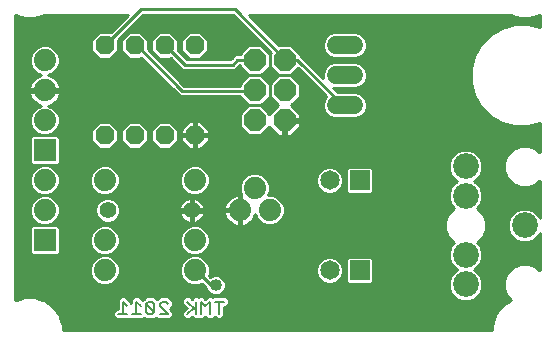
<source format=gbl>
G75*
G70*
%OFA0B0*%
%FSLAX24Y24*%
%IPPOS*%
%LPD*%
%AMOC8*
5,1,8,0,0,1.08239X$1,22.5*
%
%ADD10C,0.0080*%
%ADD11OC8,0.0630*%
%ADD12OC8,0.0740*%
%ADD13C,0.0600*%
%ADD14C,0.0650*%
%ADD15R,0.0650X0.0650*%
%ADD16C,0.0860*%
%ADD17C,0.0740*%
%ADD18C,0.0554*%
%ADD19R,0.0740X0.0740*%
%ADD20C,0.0100*%
%ADD21C,0.0400*%
D10*
X004189Y001770D02*
X004469Y001770D01*
X004329Y001770D02*
X004329Y002190D01*
X004469Y002050D01*
X004649Y001770D02*
X004930Y001770D01*
X004790Y001770D02*
X004790Y002190D01*
X004930Y002050D01*
X005110Y002120D02*
X005110Y001840D01*
X005180Y001770D01*
X005320Y001770D01*
X005390Y001840D01*
X005110Y002120D01*
X005180Y002190D01*
X005320Y002190D01*
X005390Y002120D01*
X005390Y001840D01*
X005570Y001770D02*
X005850Y001770D01*
X005570Y002050D01*
X005570Y002120D01*
X005640Y002190D01*
X005780Y002190D01*
X005850Y002120D01*
X006491Y002190D02*
X006771Y001910D01*
X006701Y001980D02*
X006491Y001770D01*
X006771Y001770D02*
X006771Y002190D01*
X006951Y002190D02*
X007091Y002050D01*
X007231Y002190D01*
X007231Y001770D01*
X006951Y001770D02*
X006951Y002190D01*
X007412Y002190D02*
X007692Y002190D01*
X007552Y002190D02*
X007552Y001770D01*
D11*
X006732Y007730D03*
X005732Y007730D03*
X004732Y007730D03*
X003732Y007730D03*
X003732Y010730D03*
X004732Y010730D03*
X005732Y010730D03*
X006732Y010730D03*
D12*
X008732Y010230D03*
X009732Y010230D03*
X009732Y009230D03*
X008732Y009230D03*
X008732Y008230D03*
X009732Y008230D03*
D13*
X011432Y008730D02*
X012032Y008730D01*
X012032Y009730D02*
X011432Y009730D01*
X011432Y010730D02*
X012032Y010730D01*
D14*
X011232Y006230D03*
X011232Y003230D03*
D15*
X012232Y003230D03*
X012232Y006230D03*
D16*
X015763Y006699D03*
X015763Y005714D03*
X017732Y004730D03*
X015763Y003746D03*
X015763Y002762D03*
D17*
X009232Y005230D03*
X008732Y005980D03*
X008232Y005230D03*
X006732Y004230D03*
X006732Y003230D03*
X003732Y003230D03*
X003732Y004230D03*
X001732Y005230D03*
X001732Y006230D03*
X003732Y006230D03*
X001732Y008230D03*
X001732Y009230D03*
X001732Y010230D03*
X006732Y006230D03*
D18*
X006632Y005230D03*
X003832Y005230D03*
D19*
X001732Y004230D03*
X001732Y007230D03*
D20*
X002332Y001375D02*
X002332Y001230D01*
X016632Y001230D01*
X016632Y001375D01*
X016707Y001655D01*
X016732Y001698D01*
X016732Y001730D01*
X016776Y001774D01*
X016852Y001905D01*
X017056Y002110D01*
X017188Y002186D01*
X017232Y002230D01*
X017264Y002230D01*
X017282Y002241D01*
X017150Y002373D01*
X017046Y002625D01*
X017046Y002898D01*
X017150Y003150D01*
X017343Y003343D01*
X017595Y003448D01*
X017868Y003448D01*
X018121Y003343D01*
X018224Y003240D01*
X018232Y003248D01*
X018232Y004474D01*
X018207Y004413D01*
X018049Y004255D01*
X017843Y004170D01*
X017620Y004170D01*
X017415Y004255D01*
X017257Y004413D01*
X017172Y004619D01*
X017172Y004841D01*
X017257Y005047D01*
X017415Y005205D01*
X017620Y005290D01*
X017843Y005290D01*
X018049Y005205D01*
X018207Y005047D01*
X018232Y004986D01*
X018232Y006212D01*
X018224Y006220D01*
X018121Y006117D01*
X017868Y006012D01*
X017595Y006012D01*
X017343Y006117D01*
X017150Y006310D01*
X017046Y006562D01*
X017046Y006835D01*
X017150Y007087D01*
X017343Y007280D01*
X017595Y007385D01*
X017868Y007385D01*
X018121Y007280D01*
X018224Y007177D01*
X018232Y007185D01*
X018232Y008131D01*
X017856Y008030D01*
X017408Y008030D01*
X016976Y008146D01*
X016588Y008370D01*
X016271Y008686D01*
X016048Y009074D01*
X015932Y009506D01*
X015932Y009954D01*
X016048Y010386D01*
X016271Y010774D01*
X016588Y011090D01*
X016976Y011314D01*
X017408Y011430D01*
X017856Y011430D01*
X018232Y011329D01*
X018232Y011730D01*
X018200Y011730D01*
X018156Y011705D01*
X017877Y011630D01*
X017587Y011630D01*
X017307Y011705D01*
X017264Y011730D01*
X008526Y011730D01*
X009526Y010730D01*
X009939Y010730D01*
X010232Y010437D01*
X010232Y010425D01*
X010332Y010325D01*
X011002Y009655D01*
X011002Y009816D01*
X011067Y009974D01*
X011188Y010095D01*
X011346Y010160D01*
X012117Y010160D01*
X012275Y010095D01*
X012396Y009974D01*
X012462Y009816D01*
X012462Y009645D01*
X012396Y009486D01*
X012275Y009366D01*
X012117Y009300D01*
X011356Y009300D01*
X011496Y009160D01*
X012117Y009160D01*
X012275Y009095D01*
X012396Y008974D01*
X012462Y008816D01*
X012462Y008645D01*
X012396Y008486D01*
X016472Y008486D01*
X016570Y008387D02*
X012297Y008387D01*
X012275Y008366D02*
X012396Y008486D01*
X012437Y008584D02*
X016373Y008584D01*
X016275Y008683D02*
X012462Y008683D01*
X012462Y008781D02*
X016216Y008781D01*
X016160Y008880D02*
X012435Y008880D01*
X012391Y008979D02*
X016103Y008979D01*
X016047Y009077D02*
X012293Y009077D01*
X012283Y009373D02*
X015968Y009373D01*
X015941Y009471D02*
X012381Y009471D01*
X012431Y009570D02*
X015932Y009570D01*
X015932Y009668D02*
X012462Y009668D01*
X012462Y009767D02*
X015932Y009767D01*
X015932Y009865D02*
X012441Y009865D01*
X012400Y009964D02*
X015935Y009964D01*
X015961Y010063D02*
X012307Y010063D01*
X012117Y010300D02*
X012275Y010366D01*
X012396Y010486D01*
X012462Y010645D01*
X012462Y010816D01*
X012396Y010974D01*
X012275Y011095D01*
X012117Y011160D01*
X011346Y011160D01*
X011188Y011095D01*
X011067Y010974D01*
X011002Y010816D01*
X011002Y010645D01*
X011067Y010486D01*
X011188Y010366D01*
X011346Y010300D01*
X012117Y010300D01*
X012258Y010358D02*
X016040Y010358D01*
X016014Y010260D02*
X010397Y010260D01*
X010298Y010358D02*
X011206Y010358D01*
X011097Y010457D02*
X010212Y010457D01*
X010114Y010555D02*
X011039Y010555D01*
X011002Y010654D02*
X010015Y010654D01*
X010152Y010250D02*
X009752Y010250D01*
X009732Y010230D01*
X009752Y010250D02*
X008072Y011930D01*
X004952Y011930D01*
X003752Y010730D01*
X003732Y010730D01*
X004177Y010752D02*
X004287Y010752D01*
X004287Y010654D02*
X004177Y010654D01*
X004177Y010555D02*
X004287Y010555D01*
X004287Y010546D02*
X004547Y010285D01*
X004916Y010285D01*
X004949Y010318D01*
X006132Y009136D01*
X006237Y009030D01*
X008232Y009030D01*
X008232Y009023D01*
X008525Y008730D01*
X008232Y008437D01*
X008232Y008023D01*
X008525Y007730D01*
X008939Y007730D01*
X009218Y008009D01*
X009516Y007710D01*
X009682Y007710D01*
X009682Y008180D01*
X009782Y008180D01*
X009782Y008280D01*
X010252Y008280D01*
X010252Y008445D01*
X009953Y008744D01*
X010232Y009023D01*
X010232Y009437D01*
X009939Y009730D01*
X009525Y009730D01*
X009232Y009437D01*
X009232Y009023D01*
X009511Y008744D01*
X009218Y008451D01*
X008939Y008730D01*
X008525Y008730D01*
X008939Y008730D01*
X009232Y009023D01*
X009232Y009437D01*
X008939Y009730D01*
X008525Y009730D01*
X008232Y009437D01*
X008232Y009390D01*
X006386Y009390D01*
X005177Y010600D01*
X005177Y010914D01*
X004916Y011175D01*
X004547Y011175D01*
X004287Y010914D01*
X004287Y010546D01*
X004177Y010546D02*
X004177Y010901D01*
X005006Y011730D01*
X008017Y011730D01*
X009271Y010476D01*
X009232Y010437D01*
X009232Y010023D01*
X009525Y009730D01*
X009939Y009730D01*
X010178Y009969D01*
X011121Y009027D01*
X011067Y008974D01*
X011002Y008816D01*
X011002Y008645D01*
X011067Y008486D01*
X011188Y008366D01*
X011346Y008300D01*
X012117Y008300D01*
X012275Y008366D01*
X011732Y008730D02*
X011672Y008730D01*
X010152Y010250D01*
X010173Y009964D02*
X010183Y009964D01*
X010282Y009865D02*
X010074Y009865D01*
X009976Y009767D02*
X010380Y009767D01*
X010479Y009668D02*
X010001Y009668D01*
X010099Y009570D02*
X010577Y009570D01*
X010676Y009471D02*
X010198Y009471D01*
X010232Y009373D02*
X010775Y009373D01*
X010873Y009274D02*
X010232Y009274D01*
X010232Y009176D02*
X010972Y009176D01*
X011070Y009077D02*
X010232Y009077D01*
X010187Y008979D02*
X011072Y008979D01*
X011029Y008880D02*
X010089Y008880D01*
X009990Y008781D02*
X011002Y008781D01*
X011002Y008683D02*
X010014Y008683D01*
X010113Y008584D02*
X011027Y008584D01*
X011068Y008486D02*
X010211Y008486D01*
X010252Y008387D02*
X011166Y008387D01*
X010252Y008289D02*
X016728Y008289D01*
X016899Y008190D02*
X009782Y008190D01*
X009782Y008180D02*
X010252Y008180D01*
X010252Y008015D01*
X009947Y007710D01*
X009782Y007710D01*
X009782Y008180D01*
X009782Y008092D02*
X009682Y008092D01*
X009682Y007993D02*
X009782Y007993D01*
X009782Y007895D02*
X009682Y007895D01*
X009682Y007796D02*
X009782Y007796D01*
X009430Y007796D02*
X009005Y007796D01*
X009103Y007895D02*
X009332Y007895D01*
X009233Y007993D02*
X009202Y007993D01*
X009183Y008486D02*
X009252Y008486D01*
X009351Y008584D02*
X009085Y008584D01*
X008986Y008683D02*
X009449Y008683D01*
X009473Y008781D02*
X008990Y008781D01*
X009089Y008880D02*
X009375Y008880D01*
X009276Y008979D02*
X009187Y008979D01*
X009232Y009077D02*
X009232Y009077D01*
X009232Y009176D02*
X009232Y009176D01*
X009232Y009274D02*
X009232Y009274D01*
X009232Y009373D02*
X009232Y009373D01*
X009198Y009471D02*
X009266Y009471D01*
X009364Y009570D02*
X009099Y009570D01*
X009001Y009668D02*
X009463Y009668D01*
X009488Y009767D02*
X008976Y009767D01*
X008939Y009730D02*
X009232Y010023D01*
X009232Y010437D01*
X008939Y010730D01*
X008525Y010730D01*
X008232Y010437D01*
X008232Y010430D01*
X008077Y010430D01*
X007972Y010325D01*
X007917Y010270D01*
X006466Y010270D01*
X006177Y010560D01*
X006177Y010914D01*
X005916Y011175D01*
X005547Y011175D01*
X005287Y010914D01*
X005287Y010546D01*
X005547Y010285D01*
X005916Y010285D01*
X005929Y010298D01*
X006212Y010016D01*
X006317Y009910D01*
X007917Y009910D01*
X008066Y009910D01*
X008226Y010070D01*
X008232Y010070D01*
X008232Y010023D01*
X008525Y009730D01*
X008939Y009730D01*
X009074Y009865D02*
X009389Y009865D01*
X009291Y009964D02*
X009173Y009964D01*
X009232Y010063D02*
X009232Y010063D01*
X009232Y010161D02*
X009232Y010161D01*
X009232Y010260D02*
X009232Y010260D01*
X009232Y010358D02*
X009232Y010358D01*
X009251Y010457D02*
X009212Y010457D01*
X009192Y010555D02*
X009114Y010555D01*
X009094Y010654D02*
X009015Y010654D01*
X008995Y010752D02*
X007177Y010752D01*
X007177Y010654D02*
X008448Y010654D01*
X008350Y010555D02*
X007177Y010555D01*
X007177Y010546D02*
X006916Y010285D01*
X006547Y010285D01*
X006287Y010546D01*
X006287Y010914D01*
X006547Y011175D01*
X006916Y011175D01*
X007177Y010914D01*
X007177Y010546D01*
X007088Y010457D02*
X008251Y010457D01*
X008152Y010250D02*
X008712Y010250D01*
X008732Y010230D01*
X008291Y009964D02*
X008120Y009964D01*
X008219Y010063D02*
X008232Y010063D01*
X008152Y010250D02*
X007992Y010090D01*
X006392Y010090D01*
X005752Y010730D01*
X005732Y010730D01*
X006177Y010752D02*
X006287Y010752D01*
X006287Y010654D02*
X006177Y010654D01*
X006181Y010555D02*
X006287Y010555D01*
X006280Y010457D02*
X006376Y010457D01*
X006378Y010358D02*
X006474Y010358D01*
X006165Y010063D02*
X005714Y010063D01*
X005615Y010161D02*
X006066Y010161D01*
X005968Y010260D02*
X005517Y010260D01*
X005474Y010358D02*
X005418Y010358D01*
X005376Y010457D02*
X005320Y010457D01*
X005287Y010555D02*
X005221Y010555D01*
X005177Y010654D02*
X005287Y010654D01*
X005287Y010752D02*
X005177Y010752D01*
X005177Y010851D02*
X005287Y010851D01*
X005322Y010949D02*
X005142Y010949D01*
X005043Y011048D02*
X005420Y011048D01*
X005519Y011147D02*
X004945Y011147D01*
X004718Y011442D02*
X008305Y011442D01*
X008207Y011541D02*
X004817Y011541D01*
X004915Y011639D02*
X008108Y011639D01*
X008404Y011344D02*
X004620Y011344D01*
X004521Y011245D02*
X008502Y011245D01*
X008601Y011147D02*
X006945Y011147D01*
X007043Y011048D02*
X008699Y011048D01*
X008798Y010949D02*
X007142Y010949D01*
X007177Y010851D02*
X008896Y010851D01*
X009110Y011147D02*
X011314Y011147D01*
X011142Y011048D02*
X009208Y011048D01*
X009307Y010949D02*
X011057Y010949D01*
X011016Y010851D02*
X009405Y010851D01*
X009504Y010752D02*
X011002Y010752D01*
X011156Y010063D02*
X010594Y010063D01*
X010495Y010161D02*
X015987Y010161D01*
X016088Y010457D02*
X012367Y010457D01*
X012425Y010555D02*
X016145Y010555D01*
X016202Y010654D02*
X012462Y010654D01*
X012462Y010752D02*
X016259Y010752D01*
X016348Y010851D02*
X012447Y010851D01*
X012406Y010949D02*
X016447Y010949D01*
X016546Y011048D02*
X012322Y011048D01*
X012150Y011147D02*
X016685Y011147D01*
X016856Y011245D02*
X009011Y011245D01*
X008913Y011344D02*
X017086Y011344D01*
X017553Y011639D02*
X008617Y011639D01*
X008716Y011541D02*
X018232Y011541D01*
X018232Y011639D02*
X017911Y011639D01*
X018232Y011442D02*
X008814Y011442D01*
X008005Y010358D02*
X006989Y010358D01*
X006263Y009964D02*
X005812Y009964D01*
X005911Y009865D02*
X008389Y009865D01*
X008488Y009767D02*
X006009Y009767D01*
X006108Y009668D02*
X008463Y009668D01*
X008364Y009570D02*
X006207Y009570D01*
X006305Y009471D02*
X008266Y009471D01*
X008712Y009210D02*
X008732Y009230D01*
X008712Y009210D02*
X006312Y009210D01*
X004792Y010730D01*
X004732Y010730D01*
X004376Y010457D02*
X004088Y010457D01*
X004177Y010546D02*
X003916Y010285D01*
X003547Y010285D01*
X003287Y010546D01*
X003287Y010914D01*
X003547Y011175D01*
X003916Y011175D01*
X003929Y011162D01*
X004497Y011730D01*
X001700Y011730D01*
X001656Y011705D01*
X001377Y011630D01*
X001087Y011630D01*
X000807Y011705D01*
X000764Y011730D01*
X000732Y011730D01*
X000732Y002230D01*
X000764Y002230D01*
X000807Y002255D01*
X001087Y002330D01*
X001377Y002330D01*
X001656Y002255D01*
X001700Y002230D01*
X001732Y002230D01*
X001776Y002186D01*
X001907Y002110D01*
X002112Y001905D01*
X002188Y001774D01*
X002232Y001730D01*
X002232Y001698D01*
X002257Y001655D01*
X002332Y001375D01*
X002328Y001391D02*
X016636Y001391D01*
X016632Y001292D02*
X002332Y001292D01*
X002301Y001489D02*
X016662Y001489D01*
X016689Y001588D02*
X002275Y001588D01*
X002239Y001686D02*
X004032Y001686D01*
X004019Y001700D02*
X004119Y001600D01*
X004540Y001600D01*
X004559Y001620D01*
X004579Y001600D01*
X005000Y001600D01*
X005055Y001655D01*
X005107Y001603D01*
X005109Y001600D01*
X005109Y001600D01*
X005179Y001600D01*
X005250Y001600D01*
X005390Y001600D01*
X005445Y001655D01*
X005500Y001600D01*
X005780Y001600D01*
X005921Y001600D01*
X006020Y001700D01*
X006020Y001840D01*
X005910Y001950D01*
X005921Y001950D01*
X006020Y002050D01*
X006020Y002191D01*
X005950Y002261D01*
X005853Y002358D01*
X005851Y002360D01*
X005851Y002360D01*
X005781Y002360D01*
X005710Y002360D01*
X005570Y002360D01*
X005480Y002271D01*
X005390Y002360D01*
X005319Y002360D01*
X005250Y002360D01*
X005109Y002360D01*
X005039Y002290D01*
X004985Y002236D01*
X004960Y002261D01*
X004860Y002360D01*
X004719Y002360D01*
X004620Y002261D01*
X004620Y002140D01*
X004499Y002261D01*
X004400Y002360D01*
X004259Y002360D01*
X004159Y002261D01*
X004159Y001940D01*
X004119Y001940D01*
X004019Y001840D01*
X004019Y001700D01*
X004019Y001785D02*
X002182Y001785D01*
X002125Y001883D02*
X004062Y001883D01*
X004159Y001982D02*
X002035Y001982D01*
X001937Y002081D02*
X004159Y002081D01*
X004159Y002179D02*
X001788Y002179D01*
X001572Y002278D02*
X004176Y002278D01*
X004482Y002278D02*
X004636Y002278D01*
X004620Y002179D02*
X004581Y002179D01*
X004943Y002278D02*
X005027Y002278D01*
X005250Y002360D02*
X005250Y002360D01*
X005473Y002278D02*
X005487Y002278D01*
X005710Y002360D02*
X005710Y002360D01*
X005934Y002278D02*
X006338Y002278D01*
X006321Y002261D02*
X006420Y002360D01*
X006561Y002360D01*
X006631Y002291D01*
X006701Y002360D01*
X006841Y002360D01*
X006861Y002341D01*
X006881Y002360D01*
X007022Y002360D01*
X007091Y002291D01*
X007161Y002360D01*
X007302Y002360D01*
X007321Y002341D01*
X007341Y002360D01*
X007762Y002360D01*
X007862Y002261D01*
X007862Y002120D01*
X007762Y002020D01*
X007722Y002020D01*
X007722Y001700D01*
X007622Y001600D01*
X007481Y001600D01*
X007392Y001690D01*
X007302Y001600D01*
X007161Y001600D01*
X007091Y001670D01*
X007022Y001600D01*
X006881Y001600D01*
X006861Y001620D01*
X006841Y001600D01*
X006701Y001600D01*
X006631Y001670D01*
X006561Y001600D01*
X006420Y001600D01*
X006321Y001700D01*
X006321Y001841D01*
X006461Y001980D01*
X006321Y002120D01*
X006321Y002261D01*
X006321Y002179D02*
X006020Y002179D01*
X006020Y002081D02*
X006360Y002081D01*
X006459Y001982D02*
X005952Y001982D01*
X005977Y001883D02*
X006364Y001883D01*
X006321Y001785D02*
X006020Y001785D01*
X006007Y001686D02*
X006334Y001686D01*
X005950Y002261D02*
X005950Y002261D01*
X006449Y002806D02*
X006632Y002730D01*
X006831Y002730D01*
X006963Y002785D01*
X007092Y002656D01*
X007115Y002632D01*
X007152Y002543D01*
X007245Y002450D01*
X007366Y002400D01*
X007497Y002400D01*
X007619Y002450D01*
X007712Y002543D01*
X007762Y002664D01*
X007762Y002796D01*
X007712Y002917D01*
X007619Y003010D01*
X007497Y003060D01*
X007366Y003060D01*
X007246Y003010D01*
X007201Y003056D01*
X007232Y003131D01*
X007232Y003330D01*
X007156Y003513D01*
X007015Y003654D01*
X006831Y003730D01*
X007015Y003806D01*
X007156Y003947D01*
X007232Y004131D01*
X007232Y004330D01*
X007156Y004513D01*
X007015Y004654D01*
X006831Y004730D01*
X006632Y004730D01*
X006449Y004654D01*
X006308Y004513D01*
X006232Y004330D01*
X006232Y004131D01*
X006308Y003947D01*
X006449Y003806D01*
X006632Y003730D01*
X006831Y003730D01*
X006632Y003730D01*
X006449Y003654D01*
X006308Y003513D01*
X006232Y003330D01*
X006232Y003131D01*
X006308Y002947D01*
X006449Y002806D01*
X006386Y002869D02*
X004078Y002869D01*
X004015Y002806D02*
X004156Y002947D01*
X004232Y003131D01*
X004232Y003330D01*
X004156Y003513D01*
X004015Y003654D01*
X003831Y003730D01*
X004015Y003806D01*
X004156Y003947D01*
X004232Y004131D01*
X004232Y004330D01*
X004156Y004513D01*
X004015Y004654D01*
X003831Y004730D01*
X003632Y004730D01*
X003449Y004654D01*
X003308Y004513D01*
X003232Y004330D01*
X003232Y004131D01*
X003308Y003947D01*
X003449Y003806D01*
X003632Y003730D01*
X003831Y003730D01*
X003632Y003730D01*
X003449Y003654D01*
X003308Y003513D01*
X003232Y003330D01*
X003232Y003131D01*
X003308Y002947D01*
X003449Y002806D01*
X003632Y002730D01*
X003831Y002730D01*
X004015Y002806D01*
X003928Y002770D02*
X006535Y002770D01*
X006299Y002967D02*
X004164Y002967D01*
X004205Y003066D02*
X006259Y003066D01*
X006232Y003165D02*
X004232Y003165D01*
X004232Y003263D02*
X006232Y003263D01*
X006245Y003362D02*
X004219Y003362D01*
X004178Y003460D02*
X006286Y003460D01*
X006353Y003559D02*
X004110Y003559D01*
X004007Y003657D02*
X006457Y003657D01*
X006570Y003756D02*
X003893Y003756D01*
X004063Y003854D02*
X006400Y003854D01*
X006305Y003953D02*
X004158Y003953D01*
X004199Y004051D02*
X006265Y004051D01*
X006232Y004150D02*
X004232Y004150D01*
X004232Y004249D02*
X006232Y004249D01*
X006239Y004347D02*
X004225Y004347D01*
X004184Y004446D02*
X006280Y004446D01*
X006339Y004544D02*
X004125Y004544D01*
X004026Y004643D02*
X006437Y004643D01*
X006468Y004834D02*
X006532Y004813D01*
X006593Y004804D01*
X006593Y005191D01*
X006670Y005191D01*
X006670Y004804D01*
X006732Y004813D01*
X006796Y004834D01*
X006856Y004865D01*
X006910Y004904D01*
X006958Y004952D01*
X006997Y005006D01*
X007028Y005066D01*
X007048Y005130D01*
X007058Y005191D01*
X006671Y005191D01*
X006671Y005269D01*
X007058Y005269D01*
X007048Y005330D01*
X007028Y005394D01*
X006997Y005454D01*
X006958Y005508D01*
X006910Y005556D01*
X006856Y005595D01*
X006796Y005626D01*
X006732Y005647D01*
X006670Y005656D01*
X006670Y005269D01*
X006593Y005269D01*
X006593Y005656D01*
X006532Y005647D01*
X006468Y005626D01*
X006408Y005595D01*
X006354Y005556D01*
X006306Y005508D01*
X006266Y005454D01*
X006236Y005394D01*
X006215Y005330D01*
X006205Y005269D01*
X006593Y005269D01*
X006593Y005191D01*
X006205Y005191D01*
X006215Y005130D01*
X006236Y005066D01*
X006266Y005006D01*
X006306Y004952D01*
X006354Y004904D01*
X006408Y004865D01*
X006468Y004834D01*
X006457Y004840D02*
X003953Y004840D01*
X003913Y004823D02*
X004062Y004885D01*
X004177Y004999D01*
X004239Y005149D01*
X004239Y005311D01*
X004177Y005461D01*
X004062Y005575D01*
X003913Y005637D01*
X003751Y005637D01*
X003601Y005575D01*
X003487Y005461D01*
X003425Y005311D01*
X003425Y005149D01*
X003487Y004999D01*
X003601Y004885D01*
X003751Y004823D01*
X003913Y004823D01*
X003710Y004840D02*
X002049Y004840D01*
X002015Y004806D02*
X002156Y004947D01*
X002232Y005131D01*
X002232Y005330D01*
X002156Y005513D01*
X002015Y005654D01*
X001831Y005730D01*
X002015Y005806D01*
X002156Y005947D01*
X002232Y006131D01*
X002232Y006330D01*
X002156Y006513D01*
X002015Y006654D01*
X001831Y006730D01*
X001632Y006730D01*
X001449Y006654D01*
X001308Y006513D01*
X001232Y006330D01*
X001232Y006131D01*
X001308Y005947D01*
X001449Y005806D01*
X001632Y005730D01*
X001831Y005730D01*
X001632Y005730D01*
X001449Y005654D01*
X001308Y005513D01*
X001232Y005330D01*
X001232Y005131D01*
X001308Y004947D01*
X001449Y004806D01*
X001632Y004730D01*
X001831Y004730D01*
X002015Y004806D01*
X002156Y004730D02*
X002232Y004654D01*
X002232Y003806D01*
X002156Y003730D01*
X001308Y003730D01*
X001232Y003806D01*
X001232Y004654D01*
X001308Y004730D01*
X002156Y004730D01*
X002232Y004643D02*
X003437Y004643D01*
X003339Y004544D02*
X002232Y004544D01*
X002232Y004446D02*
X003280Y004446D01*
X003239Y004347D02*
X002232Y004347D01*
X002232Y004249D02*
X003232Y004249D01*
X003232Y004150D02*
X002232Y004150D01*
X002232Y004051D02*
X003265Y004051D01*
X003305Y003953D02*
X002232Y003953D01*
X002232Y003854D02*
X003400Y003854D01*
X003570Y003756D02*
X002181Y003756D01*
X001282Y003756D02*
X000732Y003756D01*
X000732Y003854D02*
X001232Y003854D01*
X001232Y003953D02*
X000732Y003953D01*
X000732Y004051D02*
X001232Y004051D01*
X001232Y004150D02*
X000732Y004150D01*
X000732Y004249D02*
X001232Y004249D01*
X001232Y004347D02*
X000732Y004347D01*
X000732Y004446D02*
X001232Y004446D01*
X001232Y004544D02*
X000732Y004544D01*
X000732Y004643D02*
X001232Y004643D01*
X001415Y004840D02*
X000732Y004840D01*
X000732Y004938D02*
X001316Y004938D01*
X001271Y005037D02*
X000732Y005037D01*
X000732Y005135D02*
X001232Y005135D01*
X001232Y005234D02*
X000732Y005234D01*
X000732Y005332D02*
X001233Y005332D01*
X001274Y005431D02*
X000732Y005431D01*
X000732Y005530D02*
X001324Y005530D01*
X001423Y005628D02*
X000732Y005628D01*
X000732Y005727D02*
X001624Y005727D01*
X001430Y005825D02*
X000732Y005825D01*
X000732Y005924D02*
X001331Y005924D01*
X001277Y006022D02*
X000732Y006022D01*
X000732Y006121D02*
X001236Y006121D01*
X001232Y006219D02*
X000732Y006219D01*
X000732Y006318D02*
X001232Y006318D01*
X001268Y006416D02*
X000732Y006416D01*
X000732Y006515D02*
X001310Y006515D01*
X001408Y006614D02*
X000732Y006614D01*
X000732Y006712D02*
X001589Y006712D01*
X001308Y006730D02*
X002156Y006730D01*
X002232Y006806D01*
X002232Y007654D01*
X002156Y007730D01*
X001308Y007730D01*
X001232Y007654D01*
X001232Y006806D01*
X001308Y006730D01*
X001232Y006811D02*
X000732Y006811D01*
X000732Y006909D02*
X001232Y006909D01*
X001232Y007008D02*
X000732Y007008D01*
X000732Y007106D02*
X001232Y007106D01*
X001232Y007205D02*
X000732Y007205D01*
X000732Y007303D02*
X001232Y007303D01*
X001232Y007402D02*
X000732Y007402D01*
X000732Y007500D02*
X001232Y007500D01*
X001232Y007599D02*
X000732Y007599D01*
X000732Y007698D02*
X001275Y007698D01*
X001449Y007806D02*
X001308Y007947D01*
X001232Y008131D01*
X001232Y008330D01*
X001308Y008513D01*
X001449Y008654D01*
X001614Y008722D01*
X001610Y008723D01*
X001532Y008748D01*
X001459Y008785D01*
X001393Y008833D01*
X001335Y008891D01*
X001287Y008958D01*
X001250Y009030D01*
X001225Y009108D01*
X001213Y009180D01*
X001682Y009180D01*
X001682Y009280D01*
X001213Y009280D01*
X001225Y009352D01*
X001250Y009430D01*
X001287Y009503D01*
X001335Y009569D01*
X001393Y009627D01*
X001459Y009675D01*
X001532Y009712D01*
X001610Y009737D01*
X001614Y009738D01*
X001449Y009806D01*
X001308Y009947D01*
X001232Y010131D01*
X001232Y010330D01*
X001308Y010513D01*
X001449Y010654D01*
X001632Y010730D01*
X001831Y010730D01*
X002015Y010654D01*
X002156Y010513D01*
X002232Y010330D01*
X002232Y010131D01*
X002156Y009947D01*
X002015Y009806D01*
X001850Y009738D01*
X001854Y009737D01*
X001931Y009712D01*
X002004Y009675D01*
X002071Y009627D01*
X002128Y009569D01*
X002177Y009503D01*
X002214Y009430D01*
X002239Y009352D01*
X002250Y009280D01*
X001782Y009280D01*
X001782Y009180D01*
X002250Y009180D01*
X002239Y009108D01*
X002214Y009030D01*
X002177Y008958D01*
X002128Y008891D01*
X002071Y008833D01*
X002004Y008785D01*
X001931Y008748D01*
X001854Y008723D01*
X001850Y008722D01*
X002015Y008654D01*
X002156Y008513D01*
X002232Y008330D01*
X002232Y008131D01*
X002156Y007947D01*
X002015Y007806D01*
X001831Y007730D01*
X001632Y007730D01*
X001449Y007806D01*
X001473Y007796D02*
X000732Y007796D01*
X000732Y007895D02*
X001360Y007895D01*
X001289Y007993D02*
X000732Y007993D01*
X000732Y008092D02*
X001248Y008092D01*
X001232Y008190D02*
X000732Y008190D01*
X000732Y008289D02*
X001232Y008289D01*
X001256Y008387D02*
X000732Y008387D01*
X000732Y008486D02*
X001297Y008486D01*
X001379Y008584D02*
X000732Y008584D01*
X000732Y008683D02*
X001519Y008683D01*
X001467Y008781D02*
X000732Y008781D01*
X000732Y008880D02*
X001346Y008880D01*
X001276Y008979D02*
X000732Y008979D01*
X000732Y009077D02*
X001235Y009077D01*
X001214Y009176D02*
X000732Y009176D01*
X000732Y009274D02*
X001682Y009274D01*
X001782Y009274D02*
X005993Y009274D01*
X006092Y009176D02*
X002250Y009176D01*
X002229Y009077D02*
X006190Y009077D01*
X005895Y009373D02*
X002232Y009373D01*
X002192Y009471D02*
X005796Y009471D01*
X005697Y009570D02*
X002127Y009570D01*
X002013Y009668D02*
X005599Y009668D01*
X005500Y009767D02*
X001920Y009767D01*
X002074Y009865D02*
X005402Y009865D01*
X005303Y009964D02*
X002163Y009964D01*
X002204Y010063D02*
X005205Y010063D01*
X005106Y010161D02*
X002232Y010161D01*
X002232Y010260D02*
X005008Y010260D01*
X004474Y010358D02*
X003989Y010358D01*
X003474Y010358D02*
X002220Y010358D01*
X002179Y010457D02*
X003376Y010457D01*
X003287Y010555D02*
X002114Y010555D01*
X002015Y010654D02*
X003287Y010654D01*
X003287Y010752D02*
X000732Y010752D01*
X000732Y010654D02*
X001448Y010654D01*
X001350Y010555D02*
X000732Y010555D01*
X000732Y010457D02*
X001285Y010457D01*
X001244Y010358D02*
X000732Y010358D01*
X000732Y010260D02*
X001232Y010260D01*
X001232Y010161D02*
X000732Y010161D01*
X000732Y010063D02*
X001260Y010063D01*
X001301Y009964D02*
X000732Y009964D01*
X000732Y009865D02*
X001389Y009865D01*
X001543Y009767D02*
X000732Y009767D01*
X000732Y009668D02*
X001450Y009668D01*
X001336Y009570D02*
X000732Y009570D01*
X000732Y009471D02*
X001271Y009471D01*
X001231Y009373D02*
X000732Y009373D01*
X001945Y008683D02*
X008478Y008683D01*
X008473Y008781D02*
X001997Y008781D01*
X002117Y008880D02*
X008375Y008880D01*
X008276Y008979D02*
X002187Y008979D01*
X002085Y008584D02*
X008379Y008584D01*
X008281Y008486D02*
X002167Y008486D01*
X002208Y008387D02*
X008232Y008387D01*
X008232Y008289D02*
X002232Y008289D01*
X002232Y008190D02*
X006534Y008190D01*
X006539Y008195D02*
X006267Y007923D01*
X006267Y007760D01*
X006702Y007760D01*
X006702Y008195D01*
X006539Y008195D01*
X006436Y008092D02*
X005999Y008092D01*
X005916Y008175D02*
X005547Y008175D01*
X005287Y007914D01*
X005287Y007546D01*
X005547Y007285D01*
X005916Y007285D01*
X006177Y007546D01*
X006177Y007914D01*
X005916Y008175D01*
X006098Y007993D02*
X006337Y007993D01*
X006267Y007895D02*
X006177Y007895D01*
X006177Y007796D02*
X006267Y007796D01*
X006267Y007700D02*
X006267Y007537D01*
X006539Y007265D01*
X006702Y007265D01*
X006702Y007700D01*
X006762Y007700D01*
X006762Y007760D01*
X007197Y007760D01*
X007197Y007923D01*
X006924Y008195D01*
X006762Y008195D01*
X006762Y007760D01*
X006702Y007760D01*
X006702Y007700D01*
X006267Y007700D01*
X006267Y007698D02*
X006177Y007698D01*
X006177Y007599D02*
X006267Y007599D01*
X006304Y007500D02*
X006131Y007500D01*
X006033Y007402D02*
X006402Y007402D01*
X006501Y007303D02*
X005934Y007303D01*
X005529Y007303D02*
X004934Y007303D01*
X004916Y007285D02*
X005177Y007546D01*
X005177Y007914D01*
X004916Y008175D01*
X004547Y008175D01*
X004287Y007914D01*
X004287Y007546D01*
X004547Y007285D01*
X004916Y007285D01*
X005033Y007402D02*
X005431Y007402D01*
X005332Y007500D02*
X005131Y007500D01*
X005177Y007599D02*
X005287Y007599D01*
X005287Y007698D02*
X005177Y007698D01*
X005177Y007796D02*
X005287Y007796D01*
X005287Y007895D02*
X005177Y007895D01*
X005098Y007993D02*
X005366Y007993D01*
X005464Y008092D02*
X004999Y008092D01*
X004464Y008092D02*
X003999Y008092D01*
X003916Y008175D02*
X003547Y008175D01*
X003287Y007914D01*
X003287Y007546D01*
X003547Y007285D01*
X003916Y007285D01*
X004177Y007546D01*
X004177Y007914D01*
X003916Y008175D01*
X004098Y007993D02*
X004366Y007993D01*
X004287Y007895D02*
X004177Y007895D01*
X004177Y007796D02*
X004287Y007796D01*
X004287Y007698D02*
X004177Y007698D01*
X004177Y007599D02*
X004287Y007599D01*
X004332Y007500D02*
X004131Y007500D01*
X004033Y007402D02*
X004431Y007402D01*
X004529Y007303D02*
X003934Y007303D01*
X003529Y007303D02*
X002232Y007303D01*
X002232Y007205D02*
X015522Y007205D01*
X015446Y007173D02*
X015289Y007016D01*
X015203Y006810D01*
X015203Y006587D01*
X015289Y006381D01*
X015446Y006224D01*
X015488Y006206D01*
X015446Y006189D01*
X015289Y006032D01*
X015203Y005826D01*
X015203Y005603D01*
X015289Y005397D01*
X015374Y005311D01*
X015182Y005119D01*
X015077Y004867D01*
X015077Y004594D01*
X015182Y004341D01*
X015374Y004149D01*
X015289Y004063D01*
X015203Y003857D01*
X015203Y003634D01*
X015289Y003429D01*
X015446Y003271D01*
X015488Y003254D01*
X015446Y003236D01*
X015289Y003079D01*
X015203Y002873D01*
X015203Y002650D01*
X015289Y002444D01*
X015446Y002287D01*
X015652Y002202D01*
X015875Y002202D01*
X016081Y002287D01*
X016238Y002444D01*
X016323Y002650D01*
X016323Y002873D01*
X016238Y003079D01*
X016081Y003236D01*
X016039Y003254D01*
X016081Y003271D01*
X016238Y003429D01*
X016323Y003634D01*
X016323Y003857D01*
X016238Y004063D01*
X016152Y004149D01*
X016345Y004341D01*
X016449Y004594D01*
X016449Y004867D01*
X016345Y005119D01*
X016152Y005311D01*
X016238Y005397D01*
X016323Y005603D01*
X016323Y005826D01*
X016238Y006032D01*
X016081Y006189D01*
X016038Y006206D01*
X016081Y006224D01*
X016238Y006381D01*
X016323Y006587D01*
X016323Y006810D01*
X016238Y007016D01*
X016081Y007173D01*
X015875Y007259D01*
X015652Y007259D01*
X015446Y007173D01*
X015379Y007106D02*
X002232Y007106D01*
X002232Y007008D02*
X015285Y007008D01*
X015244Y006909D02*
X002232Y006909D01*
X002232Y006811D02*
X015204Y006811D01*
X015203Y006712D02*
X006875Y006712D01*
X006831Y006730D02*
X006632Y006730D01*
X006449Y006654D01*
X006308Y006513D01*
X006232Y006330D01*
X006232Y006131D01*
X006308Y005947D01*
X006449Y005806D01*
X006632Y005730D01*
X006831Y005730D01*
X007015Y005806D01*
X007156Y005947D01*
X007232Y006131D01*
X007232Y006330D01*
X007156Y006513D01*
X007015Y006654D01*
X006831Y006730D01*
X006589Y006712D02*
X003875Y006712D01*
X003831Y006730D02*
X003632Y006730D01*
X003449Y006654D01*
X003308Y006513D01*
X003232Y006330D01*
X003232Y006131D01*
X003308Y005947D01*
X003449Y005806D01*
X003632Y005730D01*
X003831Y005730D01*
X004015Y005806D01*
X004156Y005947D01*
X004232Y006131D01*
X004232Y006330D01*
X004156Y006513D01*
X004015Y006654D01*
X003831Y006730D01*
X003589Y006712D02*
X001875Y006712D01*
X002055Y006614D02*
X003408Y006614D01*
X003310Y006515D02*
X002154Y006515D01*
X002196Y006416D02*
X003268Y006416D01*
X003232Y006318D02*
X002232Y006318D01*
X002232Y006219D02*
X003232Y006219D01*
X003236Y006121D02*
X002228Y006121D01*
X002187Y006022D02*
X003277Y006022D01*
X003331Y005924D02*
X002133Y005924D01*
X002034Y005825D02*
X003430Y005825D01*
X003555Y005530D02*
X002139Y005530D01*
X002190Y005431D02*
X003474Y005431D01*
X003434Y005332D02*
X002231Y005332D01*
X002232Y005234D02*
X003425Y005234D01*
X003430Y005135D02*
X002232Y005135D01*
X002193Y005037D02*
X003471Y005037D01*
X003548Y004938D02*
X002147Y004938D01*
X001858Y004741D02*
X008054Y004741D01*
X008032Y004748D02*
X008110Y004723D01*
X008191Y004710D01*
X008202Y004710D01*
X008202Y005200D01*
X008262Y005200D01*
X008262Y004710D01*
X008273Y004710D01*
X008354Y004723D01*
X008431Y004748D01*
X008504Y004785D01*
X008571Y004833D01*
X008628Y004891D01*
X008677Y004958D01*
X008714Y005030D01*
X008739Y005108D01*
X008740Y005112D01*
X008808Y004947D01*
X008949Y004806D01*
X009132Y004730D01*
X009331Y004730D01*
X009515Y004806D01*
X009656Y004947D01*
X009732Y005131D01*
X009732Y005330D01*
X009656Y005513D01*
X009515Y005654D01*
X009331Y005730D01*
X009169Y005730D01*
X009232Y005881D01*
X009232Y006080D01*
X009156Y006263D01*
X009015Y006404D01*
X008831Y006480D01*
X008632Y006480D01*
X008449Y006404D01*
X008308Y006263D01*
X008232Y006080D01*
X008232Y005881D01*
X008287Y005748D01*
X008273Y005750D01*
X008262Y005750D01*
X008262Y005260D01*
X008202Y005260D01*
X008202Y005750D01*
X008191Y005750D01*
X008110Y005737D01*
X008032Y005712D01*
X007959Y005675D01*
X007893Y005627D01*
X007835Y005569D01*
X007787Y005503D01*
X007750Y005430D01*
X007725Y005352D01*
X007712Y005271D01*
X007712Y005260D01*
X008202Y005260D01*
X008202Y005200D01*
X007712Y005200D01*
X007712Y005189D01*
X007725Y005108D01*
X007750Y005030D01*
X007787Y004958D01*
X007835Y004891D01*
X007893Y004833D01*
X007959Y004785D01*
X008032Y004748D01*
X008202Y004741D02*
X008262Y004741D01*
X008262Y004840D02*
X008202Y004840D01*
X008202Y004938D02*
X008262Y004938D01*
X008262Y005037D02*
X008202Y005037D01*
X008202Y005135D02*
X008262Y005135D01*
X008202Y005234D02*
X006671Y005234D01*
X006593Y005234D02*
X004239Y005234D01*
X004233Y005135D02*
X006214Y005135D01*
X006251Y005037D02*
X004192Y005037D01*
X004116Y004938D02*
X006319Y004938D01*
X006593Y004938D02*
X006670Y004938D01*
X006670Y004840D02*
X006593Y004840D01*
X006807Y004840D02*
X007887Y004840D01*
X007801Y004938D02*
X006944Y004938D01*
X007013Y005037D02*
X007748Y005037D01*
X007720Y005135D02*
X007049Y005135D01*
X007048Y005332D02*
X007722Y005332D01*
X007751Y005431D02*
X007009Y005431D01*
X006936Y005530D02*
X007807Y005530D01*
X007895Y005628D02*
X006789Y005628D01*
X006670Y005628D02*
X006593Y005628D01*
X006593Y005530D02*
X006670Y005530D01*
X006670Y005431D02*
X006593Y005431D01*
X006593Y005332D02*
X006670Y005332D01*
X006670Y005135D02*
X006593Y005135D01*
X006593Y005037D02*
X006670Y005037D01*
X006216Y005332D02*
X004230Y005332D01*
X004189Y005431D02*
X006255Y005431D01*
X006327Y005530D02*
X004108Y005530D01*
X003935Y005628D02*
X006475Y005628D01*
X006430Y005825D02*
X004034Y005825D01*
X004133Y005924D02*
X006331Y005924D01*
X006277Y006022D02*
X004187Y006022D01*
X004228Y006121D02*
X006236Y006121D01*
X006232Y006219D02*
X004232Y006219D01*
X004232Y006318D02*
X006232Y006318D01*
X006268Y006416D02*
X004196Y006416D01*
X004154Y006515D02*
X006310Y006515D01*
X006408Y006614D02*
X004055Y006614D01*
X003431Y007402D02*
X002232Y007402D01*
X002232Y007500D02*
X003332Y007500D01*
X003287Y007599D02*
X002232Y007599D01*
X002188Y007698D02*
X003287Y007698D01*
X003287Y007796D02*
X001991Y007796D01*
X002103Y007895D02*
X003287Y007895D01*
X003366Y007993D02*
X002175Y007993D01*
X002216Y008092D02*
X003464Y008092D01*
X006702Y008092D02*
X006762Y008092D01*
X006762Y008190D02*
X006702Y008190D01*
X006702Y007993D02*
X006762Y007993D01*
X006762Y007895D02*
X006702Y007895D01*
X006702Y007796D02*
X006762Y007796D01*
X006762Y007700D02*
X007197Y007700D01*
X007197Y007537D01*
X006924Y007265D01*
X006762Y007265D01*
X006762Y007700D01*
X006762Y007698D02*
X006702Y007698D01*
X006702Y007599D02*
X006762Y007599D01*
X006762Y007500D02*
X006702Y007500D01*
X006702Y007402D02*
X006762Y007402D01*
X006762Y007303D02*
X006702Y007303D01*
X006963Y007303D02*
X017399Y007303D01*
X017268Y007205D02*
X016004Y007205D01*
X016148Y007106D02*
X017169Y007106D01*
X017117Y007008D02*
X016241Y007008D01*
X016282Y006909D02*
X017076Y006909D01*
X017046Y006811D02*
X016323Y006811D01*
X016323Y006712D02*
X017046Y006712D01*
X017046Y006614D02*
X016323Y006614D01*
X016293Y006515D02*
X017065Y006515D01*
X017106Y006416D02*
X016253Y006416D01*
X016175Y006318D02*
X017147Y006318D01*
X017241Y006219D02*
X016070Y006219D01*
X016149Y006121D02*
X017339Y006121D01*
X017571Y006022D02*
X016242Y006022D01*
X016283Y005924D02*
X018232Y005924D01*
X018232Y006022D02*
X017892Y006022D01*
X018125Y006121D02*
X018232Y006121D01*
X018223Y006219D02*
X018225Y006219D01*
X018232Y005825D02*
X016323Y005825D01*
X016323Y005727D02*
X018232Y005727D01*
X018232Y005628D02*
X016323Y005628D01*
X016293Y005530D02*
X018232Y005530D01*
X018232Y005431D02*
X016252Y005431D01*
X016173Y005332D02*
X018232Y005332D01*
X018232Y005234D02*
X017979Y005234D01*
X018118Y005135D02*
X018232Y005135D01*
X018232Y005037D02*
X018211Y005037D01*
X017485Y005234D02*
X016230Y005234D01*
X016328Y005135D02*
X017345Y005135D01*
X017253Y005037D02*
X016379Y005037D01*
X016420Y004938D02*
X017212Y004938D01*
X017172Y004840D02*
X016449Y004840D01*
X016449Y004741D02*
X017172Y004741D01*
X017172Y004643D02*
X016449Y004643D01*
X016429Y004544D02*
X017203Y004544D01*
X017243Y004446D02*
X016388Y004446D01*
X016347Y004347D02*
X017323Y004347D01*
X017431Y004249D02*
X016252Y004249D01*
X016154Y004150D02*
X018232Y004150D01*
X018232Y004249D02*
X018033Y004249D01*
X018141Y004347D02*
X018232Y004347D01*
X018220Y004446D02*
X018232Y004446D01*
X018232Y004051D02*
X016243Y004051D01*
X016284Y003953D02*
X018232Y003953D01*
X018232Y003854D02*
X016323Y003854D01*
X016323Y003756D02*
X018232Y003756D01*
X018232Y003657D02*
X016323Y003657D01*
X016292Y003559D02*
X018232Y003559D01*
X018232Y003460D02*
X016251Y003460D01*
X016171Y003362D02*
X017387Y003362D01*
X017263Y003263D02*
X016061Y003263D01*
X016152Y003165D02*
X017164Y003165D01*
X017115Y003066D02*
X016243Y003066D01*
X016284Y002967D02*
X017074Y002967D01*
X017046Y002869D02*
X016323Y002869D01*
X016323Y002770D02*
X017046Y002770D01*
X017046Y002672D02*
X016323Y002672D01*
X016291Y002573D02*
X017067Y002573D01*
X017108Y002475D02*
X016251Y002475D01*
X016170Y002376D02*
X017149Y002376D01*
X017245Y002278D02*
X016058Y002278D01*
X015468Y002278D02*
X007845Y002278D01*
X007862Y002179D02*
X017176Y002179D01*
X017027Y002081D02*
X007822Y002081D01*
X007722Y001982D02*
X016928Y001982D01*
X016839Y001883D02*
X007722Y001883D01*
X007722Y001785D02*
X016782Y001785D01*
X016725Y001686D02*
X007708Y001686D01*
X007395Y001686D02*
X007388Y001686D01*
X007220Y002475D02*
X000732Y002475D01*
X000732Y002573D02*
X007140Y002573D01*
X007076Y002672D02*
X000732Y002672D01*
X000732Y002770D02*
X003535Y002770D01*
X003386Y002869D02*
X000732Y002869D01*
X000732Y002967D02*
X003299Y002967D01*
X003259Y003066D02*
X000732Y003066D01*
X000732Y003165D02*
X003232Y003165D01*
X003232Y003263D02*
X000732Y003263D01*
X000732Y003362D02*
X003245Y003362D01*
X003286Y003460D02*
X000732Y003460D01*
X000732Y003559D02*
X003353Y003559D01*
X003457Y003657D02*
X000732Y003657D01*
X000732Y004741D02*
X001605Y004741D01*
X002041Y005628D02*
X003729Y005628D01*
X001839Y005727D02*
X008077Y005727D01*
X008202Y005727D02*
X008262Y005727D01*
X008255Y005825D02*
X007034Y005825D01*
X007133Y005924D02*
X008232Y005924D01*
X008232Y006022D02*
X007187Y006022D01*
X007228Y006121D02*
X008249Y006121D01*
X008290Y006219D02*
X007232Y006219D01*
X007232Y006318D02*
X008363Y006318D01*
X008479Y006416D02*
X007196Y006416D01*
X007154Y006515D02*
X010873Y006515D01*
X010846Y006488D02*
X010777Y006321D01*
X010777Y006140D01*
X010846Y005972D01*
X010974Y005844D01*
X011141Y005775D01*
X011322Y005775D01*
X011490Y005844D01*
X011618Y005972D01*
X011687Y006140D01*
X011687Y006321D01*
X011618Y006488D01*
X011490Y006616D01*
X011322Y006685D01*
X011141Y006685D01*
X010974Y006616D01*
X010846Y006488D01*
X010817Y006416D02*
X008985Y006416D01*
X009101Y006318D02*
X010777Y006318D01*
X010777Y006219D02*
X009174Y006219D01*
X009215Y006121D02*
X010785Y006121D01*
X010825Y006022D02*
X009232Y006022D01*
X009232Y005924D02*
X010895Y005924D01*
X011020Y005825D02*
X009209Y005825D01*
X009339Y005727D02*
X015203Y005727D01*
X015203Y005825D02*
X012661Y005825D01*
X012687Y005851D02*
X012611Y005775D01*
X011853Y005775D01*
X011777Y005851D01*
X011777Y006609D01*
X011853Y006685D01*
X012611Y006685D01*
X012687Y006609D01*
X012687Y005851D01*
X012687Y005924D02*
X015244Y005924D01*
X015285Y006022D02*
X012687Y006022D01*
X012687Y006121D02*
X015378Y006121D01*
X015457Y006219D02*
X012687Y006219D01*
X012687Y006318D02*
X015352Y006318D01*
X015274Y006416D02*
X012687Y006416D01*
X012687Y006515D02*
X015233Y006515D01*
X015203Y006614D02*
X012682Y006614D01*
X011781Y006614D02*
X011492Y006614D01*
X011590Y006515D02*
X011777Y006515D01*
X011777Y006416D02*
X011647Y006416D01*
X011687Y006318D02*
X011777Y006318D01*
X011777Y006219D02*
X011687Y006219D01*
X011679Y006121D02*
X011777Y006121D01*
X011777Y006022D02*
X011638Y006022D01*
X011569Y005924D02*
X011777Y005924D01*
X011803Y005825D02*
X011443Y005825D01*
X010972Y006614D02*
X007055Y006614D01*
X007061Y007402D02*
X018232Y007402D01*
X018232Y007500D02*
X007160Y007500D01*
X007197Y007599D02*
X018232Y007599D01*
X018232Y007698D02*
X007197Y007698D01*
X007197Y007796D02*
X008459Y007796D01*
X008360Y007895D02*
X007197Y007895D01*
X007126Y007993D02*
X008262Y007993D01*
X008232Y008092D02*
X007028Y008092D01*
X006929Y008190D02*
X008232Y008190D01*
X010033Y007796D02*
X018232Y007796D01*
X018232Y007895D02*
X010132Y007895D01*
X010230Y007993D02*
X018232Y007993D01*
X018232Y008092D02*
X018085Y008092D01*
X017178Y008092D02*
X010252Y008092D01*
X011481Y009176D02*
X016020Y009176D01*
X015994Y009274D02*
X011382Y009274D01*
X011002Y009668D02*
X010988Y009668D01*
X011002Y009767D02*
X010889Y009767D01*
X010791Y009865D02*
X011022Y009865D01*
X011063Y009964D02*
X010692Y009964D01*
X006519Y011147D02*
X005945Y011147D01*
X006043Y011048D02*
X006420Y011048D01*
X006322Y010949D02*
X006142Y010949D01*
X006177Y010851D02*
X006287Y010851D01*
X004519Y011147D02*
X004423Y011147D01*
X004420Y011048D02*
X004324Y011048D01*
X004322Y010949D02*
X004226Y010949D01*
X004177Y010851D02*
X004287Y010851D01*
X004012Y011245D02*
X000732Y011245D01*
X000732Y011147D02*
X003519Y011147D01*
X003420Y011048D02*
X000732Y011048D01*
X000732Y010949D02*
X003322Y010949D01*
X003287Y010851D02*
X000732Y010851D01*
X000732Y011344D02*
X004111Y011344D01*
X004209Y011442D02*
X000732Y011442D01*
X000732Y011541D02*
X004308Y011541D01*
X004406Y011639D02*
X001411Y011639D01*
X001053Y011639D02*
X000732Y011639D01*
X008202Y005628D02*
X008262Y005628D01*
X008262Y005530D02*
X008202Y005530D01*
X008202Y005431D02*
X008262Y005431D01*
X008262Y005332D02*
X008202Y005332D01*
X008716Y005037D02*
X008771Y005037D01*
X008816Y004938D02*
X008663Y004938D01*
X008577Y004840D02*
X008915Y004840D01*
X009105Y004741D02*
X008410Y004741D01*
X009358Y004741D02*
X015077Y004741D01*
X015077Y004643D02*
X007026Y004643D01*
X007125Y004544D02*
X015098Y004544D01*
X015138Y004446D02*
X007184Y004446D01*
X007225Y004347D02*
X015179Y004347D01*
X015274Y004249D02*
X007232Y004249D01*
X007232Y004150D02*
X015373Y004150D01*
X015284Y004051D02*
X007199Y004051D01*
X007158Y003953D02*
X015243Y003953D01*
X015203Y003854D02*
X007063Y003854D01*
X006893Y003756D02*
X015203Y003756D01*
X015203Y003657D02*
X012638Y003657D01*
X012611Y003685D02*
X011853Y003685D01*
X011777Y003609D01*
X011777Y002851D01*
X011853Y002775D01*
X012611Y002775D01*
X012687Y002851D01*
X012687Y003609D01*
X012611Y003685D01*
X012687Y003559D02*
X015235Y003559D01*
X015275Y003460D02*
X012687Y003460D01*
X012687Y003362D02*
X015356Y003362D01*
X015465Y003263D02*
X012687Y003263D01*
X012687Y003165D02*
X015374Y003165D01*
X015283Y003066D02*
X012687Y003066D01*
X012687Y002967D02*
X015242Y002967D01*
X015203Y002869D02*
X012687Y002869D01*
X011777Y002869D02*
X011514Y002869D01*
X011490Y002844D02*
X011618Y002972D01*
X011687Y003140D01*
X011687Y003321D01*
X011618Y003488D01*
X011490Y003616D01*
X011322Y003685D01*
X011141Y003685D01*
X010974Y003616D01*
X010846Y003488D01*
X010777Y003321D01*
X010777Y003140D01*
X010846Y002972D01*
X010974Y002844D01*
X011141Y002775D01*
X011322Y002775D01*
X011490Y002844D01*
X011613Y002967D02*
X011777Y002967D01*
X011777Y003066D02*
X011656Y003066D01*
X011687Y003165D02*
X011777Y003165D01*
X011777Y003263D02*
X011687Y003263D01*
X011670Y003362D02*
X011777Y003362D01*
X011777Y003460D02*
X011629Y003460D01*
X011547Y003559D02*
X011777Y003559D01*
X011825Y003657D02*
X011389Y003657D01*
X011074Y003657D02*
X007007Y003657D01*
X007110Y003559D02*
X010917Y003559D01*
X010835Y003460D02*
X007178Y003460D01*
X007219Y003362D02*
X010794Y003362D01*
X010777Y003263D02*
X007232Y003263D01*
X007232Y003165D02*
X010777Y003165D01*
X010807Y003066D02*
X007205Y003066D01*
X007272Y002730D02*
X007432Y002730D01*
X007272Y002730D02*
X006792Y003210D01*
X006732Y003230D01*
X006928Y002770D02*
X006977Y002770D01*
X007661Y002967D02*
X010851Y002967D01*
X010949Y002869D02*
X007731Y002869D01*
X007762Y002770D02*
X015203Y002770D01*
X015203Y002672D02*
X007762Y002672D01*
X007724Y002573D02*
X015235Y002573D01*
X015276Y002475D02*
X007643Y002475D01*
X009549Y004840D02*
X015077Y004840D01*
X015107Y004938D02*
X009647Y004938D01*
X009693Y005037D02*
X015148Y005037D01*
X015198Y005135D02*
X009732Y005135D01*
X009732Y005234D02*
X015297Y005234D01*
X015353Y005332D02*
X009731Y005332D01*
X009690Y005431D02*
X015274Y005431D01*
X015234Y005530D02*
X009639Y005530D01*
X009541Y005628D02*
X015203Y005628D01*
X018065Y007303D02*
X018232Y007303D01*
X018232Y007205D02*
X018196Y007205D01*
X018232Y003362D02*
X018076Y003362D01*
X018201Y003263D02*
X018232Y003263D01*
X015357Y002376D02*
X000732Y002376D01*
X000732Y002278D02*
X000891Y002278D01*
X018178Y011344D02*
X018232Y011344D01*
D21*
X007432Y002730D03*
M02*

</source>
